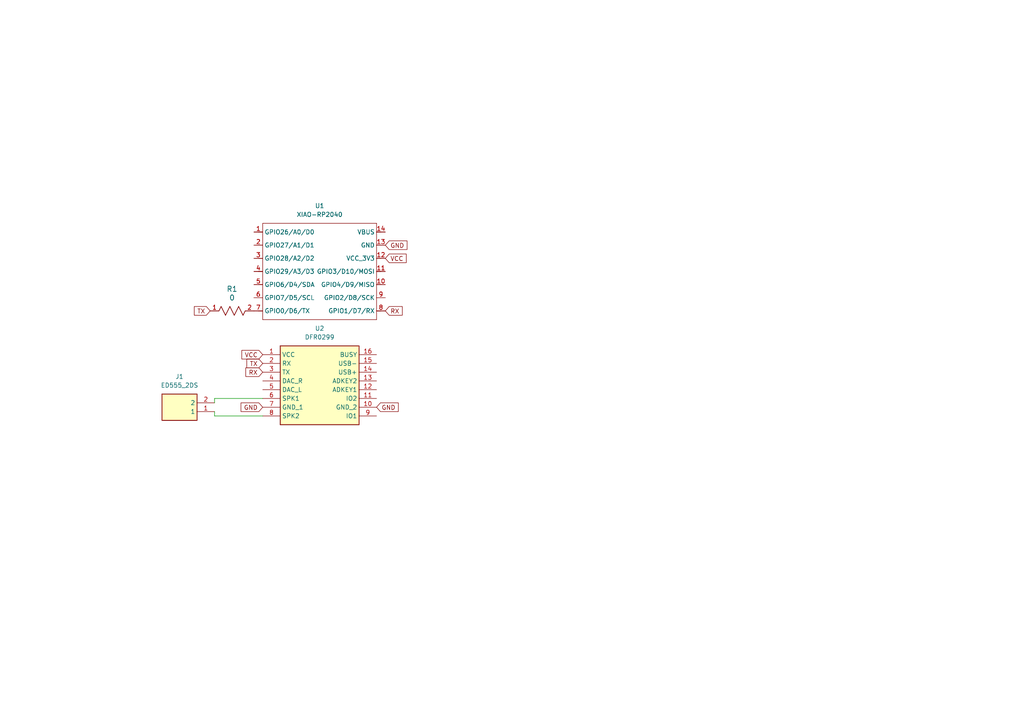
<source format=kicad_sch>
(kicad_sch (version 20250114) (generator "eeschema") (generator_version "9.0")
  (paper "A4")
  (lib_symbols
    (symbol "Neil:DFR0299 MP3"
      (property "Reference" "U" (at 29.21 7.62 0))
      (property "Value" "DFR0299" (at 29.21 5.08 0))
      (symbol "DFR0299 MP3_1_1"
        (rectangle (start 5.08 2.54) (end 27.94 -20.32) (stroke (width 0.254)) (fill (type background)))
        (pin passive line (at 0 0 0) (length 5.08) (name "VCC") (number "1"))
        (pin passive line (at 0 -2.54 0) (length 5.08) (name "RX") (number "2"))
        (pin passive line (at 0 -5.08 0) (length 5.08) (name "TX") (number "3"))
        (pin passive line (at 0 -7.62 0) (length 5.08) (name "DAC_R") (number "4"))
        (pin passive line (at 0 -10.16 0) (length 5.08) (name "DAC_L") (number "5"))
        (pin passive line (at 0 -12.7 0) (length 5.08) (name "SPK1") (number "6"))
        (pin passive line (at 0 -15.24 0) (length 5.08) (name "GND_1") (number "7"))
        (pin passive line (at 0 -17.78 0) (length 5.08) (name "SPK2") (number "8"))
        (pin passive line (at 33.02 0 180) (length 5.08) (name "BUSY") (number "16"))
        (pin passive line (at 33.02 -2.54 180) (length 5.08) (name "USB-") (number "15"))
        (pin passive line (at 33.02 -5.08 180) (length 5.08) (name "USB+") (number "14"))
        (pin passive line (at 33.02 -7.62 180) (length 5.08) (name "ADKEY2") (number "13"))
        (pin passive line (at 33.02 -10.16 180) (length 5.08) (name "ADKEY1") (number "12"))
        (pin passive line (at 33.02 -12.7 180) (length 5.08) (name "IO2") (number "11"))
        (pin passive line (at 33.02 -15.24 180) (length 5.08) (name "GND_2") (number "10"))
        (pin passive line (at 33.02 -17.78 180) (length 5.08) (name "IO1") (number "9"))
      )
    )
    (symbol "Neil:Resistor 1206" (pin_names (offset 0.254))
      (property "Reference" "R" (at 5.715 3.81 0))
      (property "Value" "1k" (at 6.35 -3.81 0))
      (symbol "Resistor 1206_1_1"
        (polyline (pts (xy 2.54 0) (xy 3.175 1.27)) (stroke (width 0.2032)))
        (polyline (pts (xy 3.175 1.27) (xy 4.445 -1.27)) (stroke (width 0.2032)))
        (polyline (pts (xy 4.445 -1.27) (xy 5.715 1.27)) (stroke (width 0.2032)))
        (polyline (pts (xy 5.715 1.27) (xy 6.985 -1.27)) (stroke (width 0.2032)))
        (polyline (pts (xy 6.985 -1.27) (xy 8.255 1.27)) (stroke (width 0.2032)))
        (polyline (pts (xy 8.255 1.27) (xy 9.525 -1.27)) (stroke (width 0.2032)))
        (polyline (pts (xy 9.525 -1.27) (xy 10.16 0)) (stroke (width 0.2032)))
        (pin unspecified line (at 0 0 0) (length 2.54) (name "") (number "1"))
        (pin unspecified line (at 12.7 0 180) (length 2.54) (name "") (number "2"))
      )
      (symbol "Resistor 1206_1_2"
        (polyline (pts (xy -1.27 8.255) (xy 1.27 9.525)) (stroke (width 0.2032)))
        (polyline (pts (xy -1.27 5.715) (xy 1.27 6.985)) (stroke (width 0.2032)))
        (polyline (pts (xy -1.27 3.175) (xy 1.27 4.445)) (stroke (width 0.2032)))
        (polyline (pts (xy 0 2.54) (xy -1.27 3.175)) (stroke (width 0.2032)))
        (polyline (pts (xy 1.27 9.525) (xy 0 10.16)) (stroke (width 0.2032)))
        (polyline (pts (xy 1.27 6.985) (xy -1.27 8.255)) (stroke (width 0.2032)))
        (polyline (pts (xy 1.27 4.445) (xy -1.27 5.715)) (stroke (width 0.2032)))
        (pin unspecified line (at 0 12.7 270) (length 2.54) (name "") (number "1"))
        (pin unspecified line (at 0 0 90) (length 2.54) (name "") (number "2"))
      )
    )
    (symbol "Neil:XIAO RP2040"
      (property "Reference" "U" (at 1.016 2.794 0))
      (property "Value" "XIAO-RP2040" (at 7.62 1.016 0))
      (symbol "XIAO RP2040_1_0"
        (polyline (pts (xy 0 0) (xy 33.02 0)) (stroke (width 0.1524)))
        (polyline (pts (xy 0 -2.54) (xy -1.27 -2.54)) (stroke (width 0.1524)))
        (polyline (pts (xy 0 -2.54) (xy 0 0)) (stroke (width 0.1524)))
        (polyline (pts (xy 0 -6.35) (xy -1.27 -6.35)) (stroke (width 0.1524)))
        (polyline (pts (xy 0 -6.35) (xy 0 -2.54)) (stroke (width 0.1524)))
        (polyline (pts (xy 0 -10.16) (xy -1.27 -10.16)) (stroke (width 0.1524)))
        (polyline (pts (xy 0 -10.16) (xy 0 -6.35)) (stroke (width 0.1524)))
        (polyline (pts (xy 0 -13.97) (xy -1.27 -13.97)) (stroke (width 0.1524)))
        (polyline (pts (xy 0 -13.97) (xy 0 -10.16)) (stroke (width 0.1524)))
        (polyline (pts (xy 0 -17.78) (xy -1.27 -17.78)) (stroke (width 0.1524)))
        (polyline (pts (xy 0 -21.59) (xy -1.27 -21.59)) (stroke (width 0.1524)))
        (polyline (pts (xy 0 -25.4) (xy -1.27 -25.4)) (stroke (width 0.1524)))
        (polyline (pts (xy 0 -27.94) (xy 0 -13.97)) (stroke (width 0.1524)))
        (polyline (pts (xy 33.02 0) (xy 33.02 -2.54)) (stroke (width 0.1524)))
        (polyline (pts (xy 33.02 -2.54) (xy 33.02 -6.35)) (stroke (width 0.1524)))
        (polyline (pts (xy 33.02 -6.35) (xy 33.02 -10.16)) (stroke (width 0.1524)))
        (polyline (pts (xy 33.02 -10.16) (xy 33.02 -27.94)) (stroke (width 0.1524)))
        (polyline (pts (xy 33.02 -27.94) (xy 0 -27.94)) (stroke (width 0.1524)))
        (polyline (pts (xy 34.29 -2.54) (xy 33.02 -2.54)) (stroke (width 0.1524)))
        (polyline (pts (xy 34.29 -6.35) (xy 33.02 -6.35)) (stroke (width 0.1524)))
        (polyline (pts (xy 34.29 -10.16) (xy 33.02 -10.16)) (stroke (width 0.1524)))
        (polyline (pts (xy 34.29 -13.97) (xy 33.02 -13.97)) (stroke (width 0.1524)))
        (polyline (pts (xy 34.29 -17.78) (xy 33.02 -17.78)) (stroke (width 0.1524)))
        (polyline (pts (xy 34.29 -21.59) (xy 33.02 -21.59)) (stroke (width 0.1524)))
        (polyline (pts (xy 34.29 -25.4) (xy 33.02 -25.4)) (stroke (width 0.1524)))
        (pin passive line (at -2.54 -2.54 0) (length 2.54) (name "GPIO26/A0/D0") (number "1"))
        (pin passive line (at -2.54 -6.35 0) (length 2.54) (name "GPIO27/A1/D1") (number "2"))
        (pin passive line (at -2.54 -10.16 0) (length 2.54) (name "GPIO28/A2/D2") (number "3"))
        (pin passive line (at -2.54 -13.97 0) (length 2.54) (name "GPIO29/A3/D3") (number "4"))
        (pin passive line (at -2.54 -17.78 0) (length 2.54) (name "GPIO6/D4/SDA") (number "5"))
        (pin passive line (at -2.54 -21.59 0) (length 2.54) (name "GPIO7/D5/SCL") (number "6"))
        (pin passive line (at -2.54 -25.4 0) (length 2.54) (name "GPIO0/D6/TX") (number "7"))
        (pin passive line (at 35.56 -2.54 180) (length 2.54) (name "VBUS") (number "14"))
        (pin passive line (at 35.56 -6.35 180) (length 2.54) (name "GND") (number "13"))
        (pin passive line (at 35.56 -10.16 180) (length 2.54) (name "VCC_3V3") (number "12"))
        (pin passive line (at 35.56 -13.97 180) (length 2.54) (name "GPIO3/D10/MOSI") (number "11"))
        (pin passive line (at 35.56 -17.78 180) (length 2.54) (name "GPIO4/D9/MISO") (number "10"))
        (pin passive line (at 35.56 -21.59 180) (length 2.54) (name "GPIO2/D8/SCK") (number "9"))
        (pin passive line (at 35.56 -25.4 180) (length 2.54) (name "GPIO1/D7/RX") (number "8"))
      )
    )
    (symbol "Neil:screw terminal 2"
      (property "Reference" "J" (at 16.51 7.62 0))
      (property "Value" "ED555_2DS" (at 16.51 5.08 0))
      (symbol "screw terminal 2_1_1"
        (rectangle (start 5.08 2.54) (end 15.24 -5.08) (stroke (width 0.254)) (fill (type background)))
        (pin passive line (at 0 0 0) (length 5.08) (name "1") (number "1"))
        (pin passive line (at 0 -2.54 0) (length 5.08) (name "2") (number "2"))
      )
    )
  )
  (wire (pts (xy 62.23 116.84) (xy 62.23 115.57)))
  (wire (pts (xy 62.23 119.38) (xy 62.23 120.65)))
  (wire (pts (xy 62.23 115.57) (xy 76.2 115.57)))
  (wire (pts (xy 62.23 120.65) (xy 76.2 120.65)))
  (global_label "GND" (shape input) (at 111.76 71.12 0) (property "Intersheetrefs" "${INTERSHEET_REFS}" (effects (hide yes))))
  (global_label "TX" (shape input) (at 76.2 105.41 180) (property "Intersheetrefs" "${INTERSHEET_REFS}" (effects (hide yes))))
  (global_label "RX" (shape input) (at 76.2 107.95 180) (property "Intersheetrefs" "${INTERSHEET_REFS}" (effects (hide yes))))
  (global_label "RX" (shape input) (at 111.76 90.17 0) (property "Intersheetrefs" "${INTERSHEET_REFS}" (effects (hide yes))))
  (global_label "VCC" (shape input) (at 111.76 74.93 0) (property "Intersheetrefs" "${INTERSHEET_REFS}" (effects (hide yes))))
  (global_label "GND" (shape input) (at 109.22 118.11 0) (property "Intersheetrefs" "${INTERSHEET_REFS}" (effects (hide yes))))
  (global_label "TX" (shape input) (at 60.96 90.17 180) (property "Intersheetrefs" "${INTERSHEET_REFS}" (effects (hide yes))))
  (global_label "VCC" (shape input) (at 76.2 102.87 180) (property "Intersheetrefs" "${INTERSHEET_REFS}" (effects (hide yes))))
  (global_label "GND" (shape input) (at 76.2 118.11 180) (property "Intersheetrefs" "${INTERSHEET_REFS}" (effects (hide yes))))
  (symbol (lib_id "Neil:Resistor 1206") (at 60.96 90.17 0) (unit 1)
    (property "Reference" "R1" (at 67.31 83.82 0) (effects (font (size 1.524 1.524))))
    (property "Value" "0" (at 67.31 86.36 0) (effects (font (size 1.524 1.524))))
    (property "Footprint" "Neil:Resistor 1206" (effects (hide yes)))
    (property "Datasheet" "RC1206FR-071KL" (effects (hide yes)))
  )
  (symbol (lib_id "Neil:screw terminal 2") (at 62.23 119.38 180) (unit 1)
    (property "Reference" "J1" (at 52.07 109.22 0))
    (property "Value" "ED555_2DS" (at 52.07 111.76 0))
    (property "Footprint" "Neil:screw terminal 2" (effects (hide yes)))
    (property "Datasheet" "http://www.on-shore.com/wp-content/uploads/ED555XDS.pdf" (effects (hide yes)))
    (property "Description" "2 Position Wire to Board Terminal Block Horizontal with Board 0.138\" (3.50mm) Through Hole" (effects (hide yes)))
    (property "Height" "8.2" (effects (hide yes)))
    (property "Manufacturer_Name" "On Shore Technology Inc." (effects (hide yes)))
    (property "Manufacturer_Part_Number" "ED555/2DS" (effects (hide yes)))
    (property "Arrow Part Number" "ED555/2DS" (effects (hide yes)))
    (property "Arrow Price/Stock" "https://www.arrow.com/en/products/ed5552ds/on-shore-technology?utm_currency=USD&region=nac" (effects (hide yes)))
  )
  (symbol (lib_id "Neil:XIAO RP2040") (at 76.2 64.77 0) (unit 1)
    (property "Reference" "U1" (at 92.71 59.69 0))
    (property "Value" "XIAO-RP2040" (at 92.71 62.23 0))
    (property "Footprint" "Neil:XIAO-RP2040-SMD" (effects (hide yes)))
  )
  (symbol (lib_id "Neil:DFR0299 MP3") (at 76.2 102.87 0) (unit 1)
    (property "Reference" "U2" (at 92.71 95.25 0))
    (property "Value" "DFR0299" (at 92.71 97.79 0))
    (property "Footprint" "Neil:DFR0299 MP3" (effects (hide yes)))
    (property "Datasheet" "https://raw.githubusercontent.com/Arduinolibrary/DFPlayer_Mini_mp3/master/DFPlayer%20Mini%20Manual.pdf" (effects (hide yes)))
    (property "Description" "DFPlayer Module, Mini MP3 Player, Arduino Development Boards, MP3/WAV/WMA, UART, 3.3V/5V" (effects (hide yes)))
    (property "Height" "6" (effects (hide yes)))
    (property "Manufacturer_Name" "DFRobot" (effects (hide yes)))
    (property "Manufacturer_Part_Number" "DFR0299" (effects (hide yes)))
    (property "Mouser Part Number" "426-DFR0299" (effects (hide yes)))
    (property "Mouser Price/Stock" "https://www.mouser.co.uk/ProductDetail/DFRobot/DFR0299?qs=Zcin8yvlhnPSNhqM2hweWw%3D%3D" (effects (hide yes)))
    (property "Arrow Part Number" "DFR0299" (effects (hide yes)))
    (property "Arrow Price/Stock" "https://www.arrow.com/en/products/dfr0299/dfrobot?utm_currency=USD&region=nac" (effects (hide yes)))
  )
)
</source>
